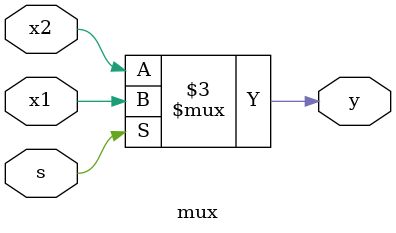
<source format=v>
`timescale 1ns/1ps

module mux(
	input x1, x2, s,
	output reg y
);

always @(*)
begin
	if (s)
		y <= x1;
	else
		y <= x2;
end
endmodule
</source>
